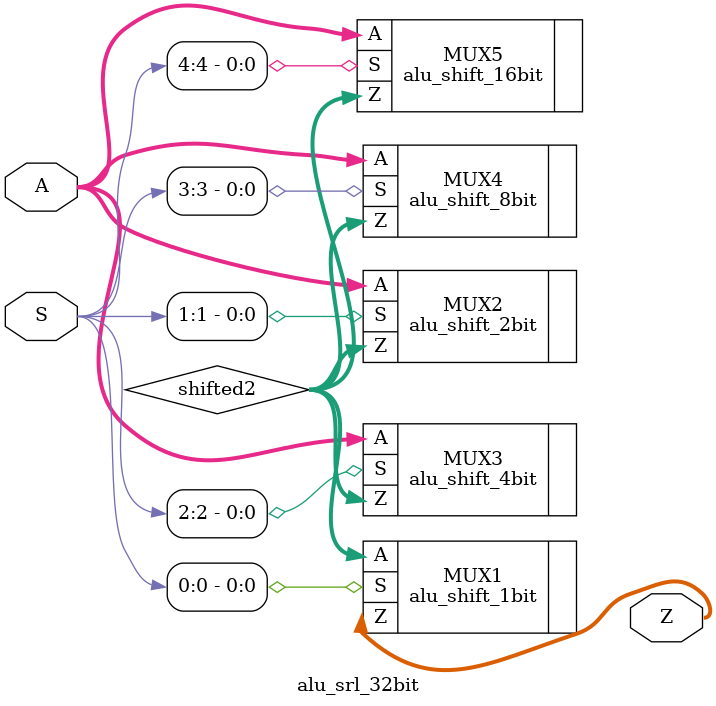
<source format=v>
`timescale 1ns / 1ps
`default_nettype none
module alu_srl_32bit(A, S, Z);

    parameter N = 32;

	//port definitions

	input wire [(N-1):0] A;
	input wire [5:0]S;
    output wire [(N-1):0] Z;
    wire [(N-1):0] shifted2;

	alu_shift_16bit #(.N(N)) MUX5 (.A(A), .S(S[4]), .Z(shifted2));
	alu_shift_8bit #(.N(N)) MUX4 (.A(A), .S(S[3]), .Z(shifted2));
	alu_shift_4bit #(.N(N)) MUX3 (.A(A), .S(S[2]), .Z(shifted2));

	alu_shift_2bit #(.N(N)) MUX2 (.A(A), .S(S[1]), .Z(shifted2));
	alu_shift_1bit #(.N(N)) MUX1 (.A(shifted2), .S(S[0]), .Z(Z));
endmodule
`default_nettype wire

</source>
